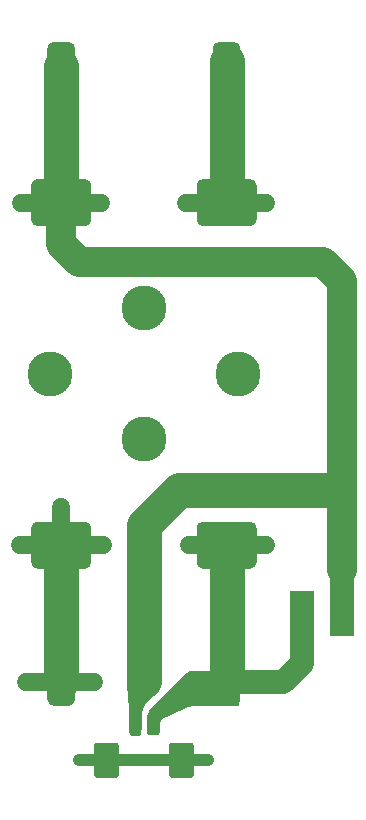
<source format=gtl>
G04 #@! TF.GenerationSoftware,KiCad,Pcbnew,(5.1.8)-1*
G04 #@! TF.CreationDate,2020-11-25T14:47:02+01:00*
G04 #@! TF.ProjectId,GN_BatteryHolder,474e5f42-6174-4746-9572-79486f6c6465,1.0*
G04 #@! TF.SameCoordinates,PX8f0d180PY5f5e100*
G04 #@! TF.FileFunction,Copper,L1,Top*
G04 #@! TF.FilePolarity,Positive*
%FSLAX46Y46*%
G04 Gerber Fmt 4.6, Leading zero omitted, Abs format (unit mm)*
G04 Created by KiCad (PCBNEW (5.1.8)-1) date 2020-11-25 14:47:02*
%MOMM*%
%LPD*%
G01*
G04 APERTURE LIST*
G04 #@! TA.AperFunction,SMDPad,CuDef*
%ADD10R,2.000000X3.800000*%
G04 #@! TD*
G04 #@! TA.AperFunction,ComponentPad*
%ADD11C,3.810000*%
G04 #@! TD*
G04 #@! TA.AperFunction,ViaPad*
%ADD12C,0.800000*%
G04 #@! TD*
G04 #@! TA.AperFunction,Conductor*
%ADD13C,1.000000*%
G04 #@! TD*
G04 #@! TA.AperFunction,Conductor*
%ADD14C,3.000000*%
G04 #@! TD*
G04 #@! TA.AperFunction,Conductor*
%ADD15C,1.500000*%
G04 #@! TD*
G04 #@! TA.AperFunction,Conductor*
%ADD16C,2.000000*%
G04 #@! TD*
G04 #@! TA.AperFunction,Conductor*
%ADD17C,0.800000*%
G04 #@! TD*
G04 #@! TA.AperFunction,Conductor*
%ADD18C,2.500000*%
G04 #@! TD*
G04 #@! TA.AperFunction,Conductor*
%ADD19C,0.254000*%
G04 #@! TD*
G04 #@! TA.AperFunction,Conductor*
%ADD20C,0.100000*%
G04 #@! TD*
G04 #@! TA.AperFunction,Conductor*
%ADD21C,0.200000*%
G04 #@! TD*
G04 APERTURE END LIST*
D10*
X13350001Y-18250000D03*
X16800000Y-18300000D03*
D11*
X0Y7549900D03*
X0Y-3549900D03*
X-7937500Y2000000D03*
X7937500Y2000000D03*
G04 #@! TA.AperFunction,SMDPad,CuDef*
G36*
G01*
X-6331675Y26130000D02*
X-7668325Y26130000D01*
G75*
G02*
X-8168400Y26630075I0J500075D01*
G01*
X-8168400Y29592325D01*
G75*
G02*
X-7668325Y30092400I500075J0D01*
G01*
X-6331675Y30092400D01*
G75*
G02*
X-5831600Y29592325I0J-500075D01*
G01*
X-5831600Y26630075D01*
G75*
G02*
X-6331675Y26130000I-500075J0D01*
G01*
G37*
G04 #@! TD.AperFunction*
G04 #@! TA.AperFunction,SMDPad,CuDef*
G36*
G01*
X-4958960Y14523400D02*
X-9041040Y14523400D01*
G75*
G02*
X-9540000Y15022360I0J498960D01*
G01*
X-9540000Y17984440D01*
G75*
G02*
X-9041040Y18483400I498960J0D01*
G01*
X-4958960Y18483400D01*
G75*
G02*
X-4460000Y17984440I0J-498960D01*
G01*
X-4460000Y15022360D01*
G75*
G02*
X-4958960Y14523400I-498960J0D01*
G01*
G37*
G04 #@! TD.AperFunction*
G04 #@! TA.AperFunction,SMDPad,CuDef*
G36*
G01*
X-6331675Y-26092400D02*
X-7668325Y-26092400D01*
G75*
G02*
X-8168400Y-25592325I0J500075D01*
G01*
X-8168400Y-22630075D01*
G75*
G02*
X-7668325Y-22130000I500075J0D01*
G01*
X-6331675Y-22130000D01*
G75*
G02*
X-5831600Y-22630075I0J-500075D01*
G01*
X-5831600Y-25592325D01*
G75*
G02*
X-6331675Y-26092400I-500075J0D01*
G01*
G37*
G04 #@! TD.AperFunction*
G04 #@! TA.AperFunction,SMDPad,CuDef*
G36*
G01*
X-4958960Y-14483400D02*
X-9041040Y-14483400D01*
G75*
G02*
X-9540000Y-13984440I0J498960D01*
G01*
X-9540000Y-11022360D01*
G75*
G02*
X-9041040Y-10523400I498960J0D01*
G01*
X-4958960Y-10523400D01*
G75*
G02*
X-4460000Y-11022360I0J-498960D01*
G01*
X-4460000Y-13984440D01*
G75*
G02*
X-4958960Y-14483400I-498960J0D01*
G01*
G37*
G04 #@! TD.AperFunction*
G04 #@! TA.AperFunction,SMDPad,CuDef*
G36*
G01*
X9041040Y-14483400D02*
X4958960Y-14483400D01*
G75*
G02*
X4460000Y-13984440I0J498960D01*
G01*
X4460000Y-11022360D01*
G75*
G02*
X4958960Y-10523400I498960J0D01*
G01*
X9041040Y-10523400D01*
G75*
G02*
X9540000Y-11022360I0J-498960D01*
G01*
X9540000Y-13984440D01*
G75*
G02*
X9041040Y-14483400I-498960J0D01*
G01*
G37*
G04 #@! TD.AperFunction*
G04 #@! TA.AperFunction,SMDPad,CuDef*
G36*
G01*
X7668325Y-26092400D02*
X6331675Y-26092400D01*
G75*
G02*
X5831600Y-25592325I0J500075D01*
G01*
X5831600Y-22630075D01*
G75*
G02*
X6331675Y-22130000I500075J0D01*
G01*
X7668325Y-22130000D01*
G75*
G02*
X8168400Y-22630075I0J-500075D01*
G01*
X8168400Y-25592325D01*
G75*
G02*
X7668325Y-26092400I-500075J0D01*
G01*
G37*
G04 #@! TD.AperFunction*
G04 #@! TA.AperFunction,SMDPad,CuDef*
G36*
G01*
X9041040Y14523400D02*
X4958960Y14523400D01*
G75*
G02*
X4460000Y15022360I0J498960D01*
G01*
X4460000Y17984440D01*
G75*
G02*
X4958960Y18483400I498960J0D01*
G01*
X9041040Y18483400D01*
G75*
G02*
X9540000Y17984440I0J-498960D01*
G01*
X9540000Y15022360D01*
G75*
G02*
X9041040Y14523400I-498960J0D01*
G01*
G37*
G04 #@! TD.AperFunction*
G04 #@! TA.AperFunction,SMDPad,CuDef*
G36*
G01*
X7668325Y26130000D02*
X6331675Y26130000D01*
G75*
G02*
X5831600Y26630075I0J500075D01*
G01*
X5831600Y29592325D01*
G75*
G02*
X6331675Y30092400I500075J0D01*
G01*
X7668325Y30092400D01*
G75*
G02*
X8168400Y29592325I0J-500075D01*
G01*
X8168400Y26630075D01*
G75*
G02*
X7668325Y26130000I-500075J0D01*
G01*
G37*
G04 #@! TD.AperFunction*
G04 #@! TA.AperFunction,SMDPad,CuDef*
G36*
G01*
X-1025000Y-28410000D02*
X-1025000Y-27510000D01*
G75*
G02*
X-825000Y-27310000I200000J0D01*
G01*
X-425000Y-27310000D01*
G75*
G02*
X-225000Y-27510000I0J-200000D01*
G01*
X-225000Y-28410000D01*
G75*
G02*
X-425000Y-28610000I-200000J0D01*
G01*
X-825000Y-28610000D01*
G75*
G02*
X-1025000Y-28410000I0J200000D01*
G01*
G37*
G04 #@! TD.AperFunction*
G04 #@! TA.AperFunction,SMDPad,CuDef*
G36*
G01*
X225000Y-28410000D02*
X225000Y-27510000D01*
G75*
G02*
X425000Y-27310000I200000J0D01*
G01*
X825000Y-27310000D01*
G75*
G02*
X1025000Y-27510000I0J-200000D01*
G01*
X1025000Y-28410000D01*
G75*
G02*
X825000Y-28610000I-200000J0D01*
G01*
X425000Y-28610000D01*
G75*
G02*
X225000Y-28410000I0J200000D01*
G01*
G37*
G04 #@! TD.AperFunction*
G04 #@! TA.AperFunction,SMDPad,CuDef*
G36*
G01*
X-4225000Y-31960001D02*
X-4225000Y-29459999D01*
G75*
G02*
X-3975001Y-29210000I249999J0D01*
G01*
X-2374999Y-29210000D01*
G75*
G02*
X-2125000Y-29459999I0J-249999D01*
G01*
X-2125000Y-31960001D01*
G75*
G02*
X-2374999Y-32210000I-249999J0D01*
G01*
X-3975001Y-32210000D01*
G75*
G02*
X-4225000Y-31960001I0J249999D01*
G01*
G37*
G04 #@! TD.AperFunction*
G04 #@! TA.AperFunction,SMDPad,CuDef*
G36*
G01*
X2125000Y-31960001D02*
X2125000Y-29459999D01*
G75*
G02*
X2374999Y-29210000I249999J0D01*
G01*
X3975001Y-29210000D01*
G75*
G02*
X4225000Y-29459999I0J-249999D01*
G01*
X4225000Y-31960001D01*
G75*
G02*
X3975001Y-32210000I-249999J0D01*
G01*
X2374999Y-32210000D01*
G75*
G02*
X2125000Y-31960001I0J249999D01*
G01*
G37*
G04 #@! TD.AperFunction*
D12*
X-5500000Y-30700000D03*
X5400000Y-30700000D03*
X-3600000Y16500000D03*
X-10400000Y16500000D03*
X-7000000Y24800000D03*
X-7000000Y23000000D03*
X-7000000Y21000000D03*
X-7000000Y19200000D03*
X10300000Y-12500000D03*
X3800000Y-12500000D03*
X7000000Y-21300000D03*
X7000000Y-19400000D03*
X7000000Y-17600000D03*
X7000000Y-15900000D03*
X-7000000Y-9250000D03*
X-10500000Y-12500000D03*
X-3500000Y-12500000D03*
X-10000000Y-24100000D03*
X-4200000Y-24100000D03*
X10300000Y16500000D03*
X3600000Y16500000D03*
X-7000000Y-16400000D03*
X-7000000Y-18100000D03*
X-7000000Y-19600000D03*
X-7000000Y-21400000D03*
X7000000Y19300000D03*
X7000000Y20900000D03*
X7000000Y22800000D03*
X7000000Y24800000D03*
D13*
X5390000Y-30710000D02*
X5400000Y-30700000D01*
X3175000Y-30710000D02*
X5390000Y-30710000D01*
X-5490000Y-30710000D02*
X-5500000Y-30700000D01*
X-3175000Y-30710000D02*
X-5490000Y-30710000D01*
X3175000Y-30710000D02*
X-3210000Y-30710000D01*
D14*
X-7000000Y28111200D02*
X-7000000Y24800000D01*
D15*
X-3603400Y16503400D02*
X-3600000Y16500000D01*
X-7000000Y16503400D02*
X-3603400Y16503400D01*
X-10396600Y16503400D02*
X-10400000Y16500000D01*
X-7000000Y16503400D02*
X-10396600Y16503400D01*
D14*
X-7000000Y24800000D02*
X-7000000Y23000000D01*
X-7000000Y23000000D02*
X-7000000Y21000000D01*
X-7000000Y21000000D02*
X-7000000Y19200000D01*
X-7000000Y19200000D02*
X-7000000Y16500000D01*
D16*
X16800000Y-18300000D02*
X16800000Y-14600000D01*
D17*
X-625000Y-27960000D02*
X-625000Y-25825000D01*
X-625000Y-25825000D02*
X0Y-25200000D01*
D18*
X16800000Y-14600000D02*
X16800000Y-7600000D01*
D13*
X0Y-25200000D02*
X0Y-11400000D01*
X16300000Y-8100000D02*
X16800000Y-7600000D01*
D14*
X0Y-11400000D02*
X0Y-24000000D01*
D18*
X-7000000Y13000000D02*
X-7000000Y19200000D01*
X15200000Y11500000D02*
X-5500000Y11500000D01*
X-5500000Y11500000D02*
X-7000000Y13000000D01*
X16800000Y9900000D02*
X15200000Y11500000D01*
X16800000Y-7600000D02*
X16800000Y9900000D01*
D14*
X16000000Y-7800000D02*
X16300000Y-8100000D01*
X3000000Y-7800000D02*
X16000000Y-7800000D01*
X0Y-10800000D02*
X3000000Y-7800000D01*
X0Y-11400000D02*
X0Y-10800000D01*
X7000000Y-24111200D02*
X7000000Y-21300000D01*
D15*
X10296600Y-12503400D02*
X10300000Y-12500000D01*
X7000000Y-12503400D02*
X10296600Y-12503400D01*
X3803400Y-12503400D02*
X3800000Y-12500000D01*
X7000000Y-12503400D02*
X3803400Y-12503400D01*
X3911200Y-24111200D02*
X3900000Y-24100000D01*
X7000000Y-24111200D02*
X3911200Y-24111200D01*
X7000000Y-24111200D02*
X10188794Y-24111200D01*
X10188794Y-24111200D02*
X10199994Y-24100000D01*
D14*
X7000000Y-21300000D02*
X7000000Y-19400000D01*
X7000000Y-19400000D02*
X7000000Y-17600000D01*
X7000000Y-17600000D02*
X7000000Y-15900000D01*
X7000000Y-15900000D02*
X7000000Y-12500000D01*
D16*
X10199994Y-24100000D02*
X6900000Y-24100000D01*
D17*
X625000Y-27960000D02*
X625000Y-26975000D01*
X3500000Y-24100000D02*
X3900000Y-24100000D01*
X625000Y-26975000D02*
X3500000Y-24100000D01*
D16*
X11800000Y-24100000D02*
X10199994Y-24100000D01*
X13350001Y-22549999D02*
X11800000Y-24100000D01*
X13350001Y-18250000D02*
X13350001Y-22549999D01*
D14*
X-7000000Y-24111200D02*
X-7000000Y-21400000D01*
D15*
X-7000000Y-12503400D02*
X-7000000Y-9250000D01*
X-10496600Y-12503400D02*
X-10500000Y-12500000D01*
X-7000000Y-12503400D02*
X-10496600Y-12503400D01*
X-3503400Y-12503400D02*
X-3500000Y-12500000D01*
X-7000000Y-12503400D02*
X-3503400Y-12503400D01*
X-9988800Y-24111200D02*
X-10000000Y-24100000D01*
X-7000000Y-24111200D02*
X-9988800Y-24111200D01*
X-4211200Y-24111200D02*
X-4200000Y-24100000D01*
X-7000000Y-24111200D02*
X-4211200Y-24111200D01*
D14*
X7000000Y16503400D02*
X7000000Y19300000D01*
D15*
X10296600Y16503400D02*
X10300000Y16500000D01*
X7000000Y16503400D02*
X10296600Y16503400D01*
X3603400Y16503400D02*
X3600000Y16500000D01*
X7000000Y16503400D02*
X3603400Y16503400D01*
D14*
X-7000000Y-16400000D02*
X-7000000Y-12250000D01*
X-7000000Y-18100000D02*
X-7000000Y-16400000D01*
X-7000000Y-19600000D02*
X-7000000Y-18100000D01*
X-7000000Y-21400000D02*
X-7000000Y-19600000D01*
X7000000Y19300000D02*
X7000000Y20900000D01*
X7000000Y20900000D02*
X7000000Y22800000D01*
X7000000Y22800000D02*
X7000000Y24800000D01*
X7000000Y24800000D02*
X7000000Y28500000D01*
D19*
X1220517Y-23849647D02*
X1299238Y-24000674D01*
X1047882Y-24754745D01*
X854819Y-25052464D01*
X-38386Y-25871236D01*
X-55001Y-25889777D01*
X-69902Y-25916254D01*
X-208646Y-26251210D01*
X-215873Y-26275034D01*
X-218193Y-26305328D01*
X-215483Y-26367653D01*
X-239734Y-26397203D01*
X-335840Y-26577007D01*
X-395023Y-26772105D01*
X-415006Y-26975000D01*
X-409999Y-27025837D01*
X-410000Y-27478804D01*
X-413072Y-27510000D01*
X-413072Y-28410000D01*
X-406867Y-28473000D01*
X-1047394Y-28473000D01*
X-1173000Y-28347394D01*
X-1173000Y-26700000D01*
X-1173110Y-26694722D01*
X-1189719Y-26295413D01*
X-1190048Y-26290144D01*
X-1355906Y-24299846D01*
X-1321926Y-23929734D01*
X-1144153Y-23277905D01*
X-993102Y-23193760D01*
X1220517Y-23849647D01*
G04 #@! TA.AperFunction,Conductor*
D20*
G36*
X1220517Y-23849647D02*
G01*
X1299238Y-24000674D01*
X1047882Y-24754745D01*
X854819Y-25052464D01*
X-38386Y-25871236D01*
X-55001Y-25889777D01*
X-69902Y-25916254D01*
X-208646Y-26251210D01*
X-215873Y-26275034D01*
X-218193Y-26305328D01*
X-215483Y-26367653D01*
X-239734Y-26397203D01*
X-335840Y-26577007D01*
X-395023Y-26772105D01*
X-415006Y-26975000D01*
X-409999Y-27025837D01*
X-410000Y-27478804D01*
X-413072Y-27510000D01*
X-413072Y-28410000D01*
X-406867Y-28473000D01*
X-1047394Y-28473000D01*
X-1173000Y-28347394D01*
X-1173000Y-26700000D01*
X-1173110Y-26694722D01*
X-1189719Y-26295413D01*
X-1190048Y-26290144D01*
X-1355906Y-24299846D01*
X-1321926Y-23929734D01*
X-1144153Y-23277905D01*
X-993102Y-23193760D01*
X1220517Y-23849647D01*
G37*
G04 #@! TD.AperFunction*
D21*
X5956518Y-23338076D02*
X7961127Y-25952784D01*
X7937830Y-26000000D01*
X4200000Y-26000000D01*
X4178548Y-26002328D01*
X3796956Y-26086140D01*
X3776502Y-26093016D01*
X1539686Y-27125392D01*
X1522778Y-27135312D01*
X1508130Y-27148340D01*
X1497358Y-27162293D01*
X1315766Y-27446105D01*
X1306871Y-27463573D01*
X1301553Y-27482442D01*
X1300000Y-27500000D01*
X1300000Y-28358578D01*
X1158578Y-28500000D01*
X606845Y-28500000D01*
X607857Y-28486791D01*
X603513Y-28286885D01*
X603082Y-28273684D01*
X526609Y-26514813D01*
X3715226Y-23326196D01*
X4019891Y-23200000D01*
X5676673Y-23200000D01*
X5956518Y-23338076D01*
G04 #@! TA.AperFunction,Conductor*
D20*
G36*
X5956518Y-23338076D02*
G01*
X7961127Y-25952784D01*
X7937830Y-26000000D01*
X4200000Y-26000000D01*
X4178548Y-26002328D01*
X3796956Y-26086140D01*
X3776502Y-26093016D01*
X1539686Y-27125392D01*
X1522778Y-27135312D01*
X1508130Y-27148340D01*
X1497358Y-27162293D01*
X1315766Y-27446105D01*
X1306871Y-27463573D01*
X1301553Y-27482442D01*
X1300000Y-27500000D01*
X1300000Y-28358578D01*
X1158578Y-28500000D01*
X606845Y-28500000D01*
X607857Y-28486791D01*
X603513Y-28286885D01*
X603082Y-28273684D01*
X526609Y-26514813D01*
X3715226Y-23326196D01*
X4019891Y-23200000D01*
X5676673Y-23200000D01*
X5956518Y-23338076D01*
G37*
G04 #@! TD.AperFunction*
M02*

</source>
